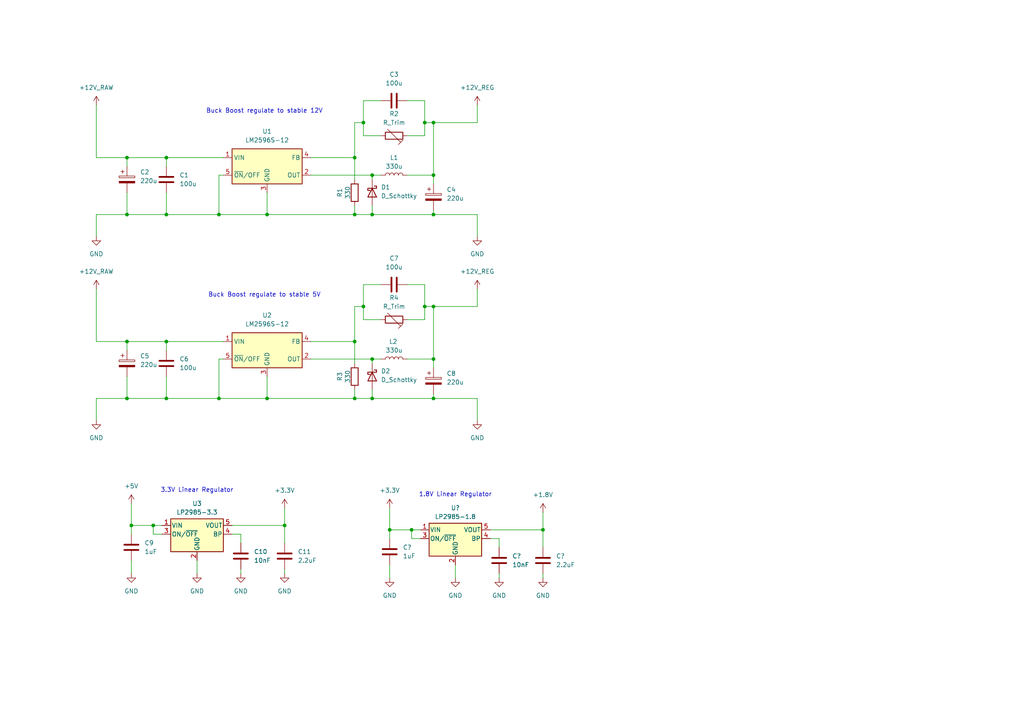
<source format=kicad_sch>
(kicad_sch (version 20250114) (generator "eeschema") (generator_version "9.0")
  (paper "A4")
  (lib_symbols
    (symbol "Device:C" (pin_numbers (hide yes)) (pin_names (offset 0.254))
      (property "Reference" "C" (at 0.635 2.54 0))
      (property "Value" "C" (at 0.635 -2.54 0))
      (symbol "C_0_1"
        (polyline (pts (xy -2.032 0.762) (xy 2.032 0.762)) (stroke (width 0.508)))
        (polyline (pts (xy -2.032 -0.762) (xy 2.032 -0.762)) (stroke (width 0.508)))
      )
      (symbol "C_1_1"
        (pin passive line (at 0 3.81 270) (length 2.794) (name "~") (number "1"))
        (pin passive line (at 0 -3.81 90) (length 2.794) (name "~") (number "2"))
      )
    )
    (symbol "Device:C_Polarized" (pin_numbers (hide yes)) (pin_names (offset 0.254))
      (property "Reference" "C" (at 0.635 2.54 0))
      (property "Value" "C_Polarized" (at 0.635 -2.54 0))
      (symbol "C_Polarized_0_1"
        (rectangle (start -2.286 0.508) (end 2.286 1.016))
        (polyline (pts (xy -1.778 2.286) (xy -0.762 2.286)))
        (polyline (pts (xy -1.27 2.794) (xy -1.27 1.778)))
        (rectangle (start 2.286 -0.508) (end -2.286 -1.016) (fill (type outline)))
      )
      (symbol "C_Polarized_1_1"
        (pin passive line (at 0 3.81 270) (length 2.794) (name "~") (number "1"))
        (pin passive line (at 0 -3.81 90) (length 2.794) (name "~") (number "2"))
      )
    )
    (symbol "Device:D_Schottky" (pin_numbers (hide yes)) (pin_names (offset 1.016) (hide yes))
      (property "Reference" "D" (at 0 2.54 0))
      (property "Value" "D_Schottky" (at 0 -2.54 0))
      (symbol "D_Schottky_0_1"
        (polyline (pts (xy -1.905 0.635) (xy -1.905 1.27) (xy -1.27 1.27) (xy -1.27 -1.27) (xy -0.635 -1.27) (xy -0.635 -0.635)) (stroke (width 0.254)))
        (polyline (pts (xy 1.27 1.27) (xy 1.27 -1.27) (xy -1.27 0) (xy 1.27 1.27)) (stroke (width 0.254)))
        (polyline (pts (xy 1.27 0) (xy -1.27 0)))
      )
      (symbol "D_Schottky_1_1"
        (pin passive line (at -3.81 0 0) (length 2.54) (name "K") (number "1"))
        (pin passive line (at 3.81 0 180) (length 2.54) (name "A") (number "2"))
      )
    )
    (symbol "Device:L" (pin_numbers (hide yes)) (pin_names (offset 1.016) (hide yes))
      (property "Reference" "L" (at -1.27 0 90))
      (property "Value" "L" (at 1.905 0 90))
      (symbol "L_0_1"
        (arc (start 0 2.54) (mid 0.6323 1.905) (end 0 1.27))
        (arc (start 0 1.27) (mid 0.6323 0.635) (end 0 0))
        (arc (start 0 0) (mid 0.6323 -0.635) (end 0 -1.27))
        (arc (start 0 -1.27) (mid 0.6323 -1.905) (end 0 -2.54))
      )
      (symbol "L_1_1"
        (pin passive line (at 0 3.81 270) (length 1.27) (name "1") (number "1"))
        (pin passive line (at 0 -3.81 90) (length 1.27) (name "2") (number "2"))
      )
    )
    (symbol "Device:R" (pin_numbers (hide yes)) (pin_names (offset 0))
      (property "Reference" "R" (at 2.032 0 90))
      (property "Value" "R" (at 0 0 90))
      (symbol "R_0_1"
        (rectangle (start -1.016 -2.54) (end 1.016 2.54) (stroke (width 0.254)))
      )
      (symbol "R_1_1"
        (pin passive line (at 0 3.81 270) (length 1.27) (name "~") (number "1"))
        (pin passive line (at 0 -3.81 90) (length 1.27) (name "~") (number "2"))
      )
    )
    (symbol "Device:R_Trim" (pin_numbers (hide yes)) (pin_names (offset 0))
      (property "Reference" "R" (at 2.54 -2.54 90))
      (property "Value" "R_Trim" (at -2.54 -0.635 90))
      (symbol "R_Trim_0_1"
        (polyline (pts (xy -1.905 -1.905) (xy 1.905 1.905) (xy 2.54 1.27) (xy 1.27 2.54)))
        (rectangle (start -1.016 -2.54) (end 1.016 2.54) (stroke (width 0.254)))
      )
      (symbol "R_Trim_1_1"
        (pin passive line (at 0 3.81 270) (length 1.27) (name "~") (number "1"))
        (pin passive line (at 0 -3.81 90) (length 1.27) (name "~") (number "2"))
      )
    )
    (symbol "Regulator_Linear:LP2985-1.8" (pin_names (offset 0.254))
      (property "Reference" "U" (at -6.35 5.715 0))
      (property "Value" "LP2985-1.8" (at 0 5.715 0))
      (symbol "LP2985-1.8_0_1"
        (rectangle (start -7.62 -5.08) (end 7.62 4.445) (stroke (width 0.254)) (fill (type background)))
      )
      (symbol "LP2985-1.8_1_1"
        (pin power_in line (at -10.16 2.54 0) (length 2.54) (name "VIN") (number "1"))
        (pin input line (at -10.16 0 0) (length 2.54) (name "ON/~{OFF}") (number "3"))
        (pin power_in line (at 0 -7.62 90) (length 2.54) (name "GND") (number "2"))
        (pin power_out line (at 10.16 2.54 180) (length 2.54) (name "VOUT") (number "5"))
        (pin input line (at 10.16 0 180) (length 2.54) (name "BP") (number "4"))
      )
    )
    (symbol "Regulator_Linear:LP2985-3.3" (pin_names (offset 0.254))
      (property "Reference" "U" (at -6.35 5.715 0))
      (property "Value" "LP2985-3.3" (at 0 5.715 0))
      (symbol "LP2985-3.3_0_1"
        (rectangle (start -7.62 -5.08) (end 7.62 4.445) (stroke (width 0.254)) (fill (type background)))
      )
      (symbol "LP2985-3.3_1_1"
        (pin power_in line (at -10.16 2.54 0) (length 2.54) (name "VIN") (number "1"))
        (pin input line (at -10.16 0 0) (length 2.54) (name "ON/~{OFF}") (number "3"))
        (pin power_in line (at 0 -7.62 90) (length 2.54) (name "GND") (number "2"))
        (pin power_out line (at 10.16 2.54 180) (length 2.54) (name "VOUT") (number "5"))
        (pin input line (at 10.16 0 180) (length 2.54) (name "BP") (number "4"))
      )
    )
    (symbol "Regulator_Switching:LM2596S-12"
      (property "Reference" "U" (at -10.16 6.35 0))
      (property "Value" "LM2596S-12" (at 0 6.35 0))
      (symbol "LM2596S-12_0_1"
        (rectangle (start -10.16 5.08) (end 10.16 -5.08) (stroke (width 0.254)) (fill (type background)))
      )
      (symbol "LM2596S-12_1_1"
        (pin power_in line (at -12.7 2.54 0) (length 2.54) (name "VIN") (number "1"))
        (pin input line (at -12.7 -2.54 0) (length 2.54) (name "~{ON}/OFF") (number "5"))
        (pin power_in line (at 0 -7.62 90) (length 2.54) (name "GND") (number "3"))
        (pin input line (at 12.7 2.54 180) (length 2.54) (name "FB") (number "4"))
        (pin output line (at 12.7 -2.54 180) (length 2.54) (name "OUT") (number "2"))
      )
    )
    (symbol "power:+12V" (power) (pin_numbers (hide yes)) (pin_names (offset 0) (hide yes))
      (property "Value" "+12V" (at 0 3.556 0))
      (symbol "+12V_0_1"
        (polyline (pts (xy -0.762 1.27) (xy 0 2.54)))
        (polyline (pts (xy 0 2.54) (xy 0.762 1.27)))
        (polyline (pts (xy 0 0) (xy 0 2.54)))
      )
      (symbol "+12V_1_1"
        (pin power_in line (at 0 0 90) (length 0) (name "~") (number "1"))
      )
    )
    (symbol "power:+5V" (power) (pin_numbers (hide yes)) (pin_names (offset 0) (hide yes))
      (property "Value" "+5V" (at 0 3.556 0))
      (symbol "+5V_0_1"
        (polyline (pts (xy -0.762 1.27) (xy 0 2.54)))
        (polyline (pts (xy 0 2.54) (xy 0.762 1.27)))
        (polyline (pts (xy 0 0) (xy 0 2.54)))
      )
      (symbol "+5V_1_1"
        (pin power_in line (at 0 0 90) (length 0) (name "~") (number "1"))
      )
    )
    (symbol "power:GND" (power) (pin_numbers (hide yes)) (pin_names (offset 0) (hide yes))
      (property "Value" "GND" (at 0 -3.81 0))
      (symbol "GND_0_1"
        (polyline (pts (xy 0 0) (xy 0 -1.27) (xy 1.27 -1.27) (xy 0 -2.54) (xy -1.27 -1.27) (xy 0 -1.27)))
      )
      (symbol "GND_1_1"
        (pin power_in line (at 0 0 270) (length 0) (name "~") (number "1"))
      )
    )
  )
  (text "Buck Boost regulate to stable 5V" (at 76.708 85.598 0) (effects (font (size 1.27 1.27))))
  (text "Buck Boost regulate to stable 12V" (at 76.708 32.258 0) (effects (font (size 1.27 1.27))))
  (text "1.8V Linear Regulator" (at 132.08 143.51 0) (effects (font (size 1.27 1.27))))
  (text "3.3V Linear Regulator" (at 57.15 142.24 0) (effects (font (size 1.27 1.27))))
  (junction (at 36.83 99.06))
  (junction (at 48.26 99.06))
  (junction (at 77.47 115.57))
  (junction (at 63.5 62.23))
  (junction (at 102.87 115.57))
  (junction (at 107.95 115.57))
  (junction (at 119.38 153.67))
  (junction (at 82.55 152.4))
  (junction (at 107.95 62.23))
  (junction (at 125.73 104.14))
  (junction (at 36.83 115.57))
  (junction (at 105.41 35.56))
  (junction (at 48.26 62.23))
  (junction (at 36.83 45.72))
  (junction (at 123.19 88.9))
  (junction (at 102.87 99.06))
  (junction (at 125.73 88.9))
  (junction (at 77.47 62.23))
  (junction (at 105.41 88.9))
  (junction (at 44.45 152.4))
  (junction (at 48.26 45.72))
  (junction (at 113.03 153.67))
  (junction (at 36.83 62.23))
  (junction (at 157.48 153.67))
  (junction (at 125.73 62.23))
  (junction (at 102.87 62.23))
  (junction (at 63.5 115.57))
  (junction (at 107.95 50.8))
  (junction (at 48.26 115.57))
  (junction (at 123.19 35.56))
  (junction (at 125.73 50.8))
  (junction (at 102.87 45.72))
  (junction (at 107.95 104.14))
  (junction (at 38.1 152.4))
  (junction (at 125.73 35.56))
  (junction (at 125.73 115.57))
  (wire (pts (xy 36.83 45.72) (xy 36.83 48.26)))
  (wire (pts (xy 48.26 55.88) (xy 48.26 62.23)))
  (wire (pts (xy 38.1 146.05) (xy 38.1 152.4)))
  (wire (pts (xy 48.26 101.6) (xy 48.26 99.06)))
  (wire (pts (xy 102.87 115.57) (xy 107.95 115.57)))
  (wire (pts (xy 90.17 104.14) (xy 107.95 104.14)))
  (wire (pts (xy 107.95 104.14) (xy 110.49 104.14)))
  (wire (pts (xy 121.92 156.21) (xy 119.38 156.21)))
  (wire (pts (xy 105.41 82.55) (xy 105.41 88.9)))
  (wire (pts (xy 107.95 62.23) (xy 107.95 59.69)))
  (wire (pts (xy 38.1 152.4) (xy 44.45 152.4)))
  (wire (pts (xy 105.41 35.56) (xy 105.41 39.37)))
  (wire (pts (xy 113.03 153.67) (xy 113.03 156.21)))
  (wire (pts (xy 48.26 109.22) (xy 48.26 115.57)))
  (wire (pts (xy 63.5 115.57) (xy 48.26 115.57)))
  (wire (pts (xy 118.11 50.8) (xy 125.73 50.8)))
  (wire (pts (xy 157.48 166.37) (xy 157.48 167.64)))
  (wire (pts (xy 63.5 104.14) (xy 63.5 115.57)))
  (wire (pts (xy 138.43 68.58) (xy 138.43 62.23)))
  (wire (pts (xy 48.26 99.06) (xy 36.83 99.06)))
  (wire (pts (xy 113.03 153.67) (xy 119.38 153.67)))
  (wire (pts (xy 138.43 30.48) (xy 138.43 35.56)))
  (wire (pts (xy 125.73 88.9) (xy 138.43 88.9)))
  (wire (pts (xy 102.87 35.56) (xy 102.87 45.72)))
  (wire (pts (xy 90.17 50.8) (xy 107.95 50.8)))
  (wire (pts (xy 125.73 115.57) (xy 107.95 115.57)))
  (wire (pts (xy 82.55 165.1) (xy 82.55 166.37)))
  (wire (pts (xy 123.19 82.55) (xy 123.19 88.9)))
  (wire (pts (xy 63.5 62.23) (xy 48.26 62.23)))
  (wire (pts (xy 142.24 156.21) (xy 144.78 156.21)))
  (wire (pts (xy 44.45 154.94) (xy 44.45 152.4)))
  (wire (pts (xy 105.41 88.9) (xy 105.41 92.71)))
  (wire (pts (xy 110.49 29.21) (xy 105.41 29.21)))
  (wire (pts (xy 27.94 62.23) (xy 27.94 68.58)))
  (wire (pts (xy 82.55 152.4) (xy 82.55 157.48)))
  (wire (pts (xy 77.47 55.88) (xy 77.47 62.23)))
  (wire (pts (xy 110.49 92.71) (xy 105.41 92.71)))
  (wire (pts (xy 102.87 99.06) (xy 102.87 105.41)))
  (wire (pts (xy 27.94 115.57) (xy 27.94 121.92)))
  (wire (pts (xy 36.83 62.23) (xy 36.83 55.88)))
  (wire (pts (xy 105.41 29.21) (xy 105.41 35.56)))
  (wire (pts (xy 48.26 99.06) (xy 64.77 99.06)))
  (wire (pts (xy 157.48 148.59) (xy 157.48 153.67)))
  (wire (pts (xy 144.78 158.75) (xy 144.78 156.21)))
  (wire (pts (xy 142.24 153.67) (xy 157.48 153.67)))
  (wire (pts (xy 157.48 153.67) (xy 157.48 158.75)))
  (wire (pts (xy 57.15 162.56) (xy 57.15 166.37)))
  (wire (pts (xy 125.73 62.23) (xy 138.43 62.23)))
  (wire (pts (xy 27.94 99.06) (xy 36.83 99.06)))
  (wire (pts (xy 102.87 62.23) (xy 107.95 62.23)))
  (wire (pts (xy 36.83 115.57) (xy 36.83 109.22)))
  (wire (pts (xy 125.73 88.9) (xy 125.73 104.14)))
  (wire (pts (xy 125.73 60.96) (xy 125.73 62.23)))
  (wire (pts (xy 110.49 39.37) (xy 105.41 39.37)))
  (wire (pts (xy 46.99 154.94) (xy 44.45 154.94)))
  (wire (pts (xy 27.94 45.72) (xy 36.83 45.72)))
  (wire (pts (xy 27.94 83.82) (xy 27.94 99.06)))
  (wire (pts (xy 77.47 62.23) (xy 102.87 62.23)))
  (wire (pts (xy 138.43 121.92) (xy 138.43 115.57)))
  (wire (pts (xy 67.31 152.4) (xy 82.55 152.4)))
  (wire (pts (xy 107.95 52.07) (xy 107.95 50.8)))
  (wire (pts (xy 82.55 147.32) (xy 82.55 152.4)))
  (wire (pts (xy 125.73 35.56) (xy 125.73 50.8)))
  (wire (pts (xy 107.95 105.41) (xy 107.95 104.14)))
  (wire (pts (xy 44.45 152.4) (xy 46.99 152.4)))
  (wire (pts (xy 67.31 154.94) (xy 69.85 154.94)))
  (wire (pts (xy 107.95 115.57) (xy 107.95 113.03)))
  (wire (pts (xy 119.38 153.67) (xy 121.92 153.67)))
  (wire (pts (xy 48.26 45.72) (xy 64.77 45.72)))
  (wire (pts (xy 119.38 156.21) (xy 119.38 153.67)))
  (wire (pts (xy 118.11 104.14) (xy 125.73 104.14)))
  (wire (pts (xy 38.1 152.4) (xy 38.1 154.94)))
  (wire (pts (xy 48.26 62.23) (xy 36.83 62.23)))
  (wire (pts (xy 102.87 59.69) (xy 102.87 62.23)))
  (wire (pts (xy 118.11 29.21) (xy 123.19 29.21)))
  (wire (pts (xy 64.77 104.14) (xy 63.5 104.14)))
  (wire (pts (xy 69.85 157.48) (xy 69.85 154.94)))
  (wire (pts (xy 123.19 39.37) (xy 118.11 39.37)))
  (wire (pts (xy 125.73 104.14) (xy 125.73 106.68)))
  (wire (pts (xy 64.77 50.8) (xy 63.5 50.8)))
  (wire (pts (xy 123.19 88.9) (xy 123.19 92.71)))
  (wire (pts (xy 113.03 147.32) (xy 113.03 153.67)))
  (wire (pts (xy 27.94 30.48) (xy 27.94 45.72)))
  (wire (pts (xy 138.43 83.82) (xy 138.43 88.9)))
  (wire (pts (xy 102.87 99.06) (xy 90.17 99.06)))
  (wire (pts (xy 77.47 115.57) (xy 63.5 115.57)))
  (wire (pts (xy 38.1 162.56) (xy 38.1 166.37)))
  (wire (pts (xy 123.19 35.56) (xy 123.19 39.37)))
  (wire (pts (xy 113.03 163.83) (xy 113.03 167.64)))
  (wire (pts (xy 125.73 35.56) (xy 138.43 35.56)))
  (wire (pts (xy 77.47 62.23) (xy 63.5 62.23)))
  (wire (pts (xy 48.26 48.26) (xy 48.26 45.72)))
  (wire (pts (xy 27.94 115.57) (xy 36.83 115.57)))
  (wire (pts (xy 48.26 45.72) (xy 36.83 45.72)))
  (wire (pts (xy 125.73 115.57) (xy 138.43 115.57)))
  (wire (pts (xy 77.47 115.57) (xy 102.87 115.57)))
  (wire (pts (xy 110.49 82.55) (xy 105.41 82.55)))
  (wire (pts (xy 144.78 166.37) (xy 144.78 167.64)))
  (wire (pts (xy 69.85 165.1) (xy 69.85 166.37)))
  (wire (pts (xy 107.95 50.8) (xy 110.49 50.8)))
  (wire (pts (xy 125.73 114.3) (xy 125.73 115.57)))
  (wire (pts (xy 105.41 35.56) (xy 102.87 35.56)))
  (wire (pts (xy 102.87 113.03) (xy 102.87 115.57)))
  (wire (pts (xy 105.41 88.9) (xy 102.87 88.9)))
  (wire (pts (xy 125.73 88.9) (xy 123.19 88.9)))
  (wire (pts (xy 125.73 62.23) (xy 107.95 62.23)))
  (wire (pts (xy 118.11 82.55) (xy 123.19 82.55)))
  (wire (pts (xy 36.83 99.06) (xy 36.83 101.6)))
  (wire (pts (xy 123.19 29.21) (xy 123.19 35.56)))
  (wire (pts (xy 132.08 163.83) (xy 132.08 167.64)))
  (wire (pts (xy 102.87 45.72) (xy 102.87 52.07)))
  (wire (pts (xy 125.73 50.8) (xy 125.73 53.34)))
  (wire (pts (xy 48.26 115.57) (xy 36.83 115.57)))
  (wire (pts (xy 102.87 45.72) (xy 90.17 45.72)))
  (wire (pts (xy 123.19 92.71) (xy 118.11 92.71)))
  (wire (pts (xy 77.47 109.22) (xy 77.47 115.57)))
  (wire (pts (xy 27.94 62.23) (xy 36.83 62.23)))
  (wire (pts (xy 102.87 88.9) (xy 102.87 99.06)))
  (wire (pts (xy 125.73 35.56) (xy 123.19 35.56)))
  (wire (pts (xy 63.5 50.8) (xy 63.5 62.23)))
  (symbol (lib_id "power:GND") (at 157.48 167.64 0) (unit 1)
    (property "Reference" "#PWR?" (effects (hide yes)))
    (property "Value" "GND" (at 157.48 172.72 0))
    (property "Description" "Power symbol creates a global label with name \"GND\" , ground" (effects (hide yes)))
  )
  (symbol (lib_id "power:GND") (at 138.43 68.58 0) (unit 1)
    (property "Reference" "#PWR04" (effects (hide yes)))
    (property "Value" "GND" (at 138.43 73.66 0))
    (property "Description" "Power symbol creates a global label with name \"GND\" , ground" (effects (hide yes)))
  )
  (symbol (lib_id "power:GND") (at 82.55 166.37 0) (unit 1)
    (property "Reference" "#PWR014" (effects (hide yes)))
    (property "Value" "GND" (at 82.55 171.45 0))
    (property "Description" "Power symbol creates a global label with name \"GND\" , ground" (effects (hide yes)))
  )
  (symbol (lib_id "Device:L") (at 114.3 104.14 90) (unit 1)
    (property "Reference" "L2" (at 114.046 99.06 90))
    (property "Value" "330u" (at 114.3 101.6 90))
    (property "Description" "Inductor" (effects (hide yes)))
  )
  (symbol (lib_id "power:GND") (at 38.1 166.37 0) (unit 1)
    (property "Reference" "#PWR010" (effects (hide yes)))
    (property "Value" "GND" (at 38.1 171.45 0))
    (property "Description" "Power symbol creates a global label with name \"GND\" , ground" (effects (hide yes)))
  )
  (symbol (lib_id "power:GND") (at 57.15 166.37 0) (unit 1)
    (property "Reference" "#PWR011" (effects (hide yes)))
    (property "Value" "GND" (at 57.15 171.45 0))
    (property "Description" "Power symbol creates a global label with name \"GND\" , ground" (effects (hide yes)))
  )
  (symbol (lib_id "power:GND") (at 27.94 68.58 0) (unit 1)
    (property "Reference" "#PWR02" (effects (hide yes)))
    (property "Value" "GND" (at 27.94 73.66 0))
    (property "Description" "Power symbol creates a global label with name \"GND\" , ground" (effects (hide yes)))
  )
  (symbol (lib_id "Device:R") (at 102.87 55.88 180) (unit 1)
    (property "Reference" "R1" (at 98.552 55.88 90))
    (property "Value" "330" (at 100.838 55.88 90))
    (property "Description" "Resistor" (effects (hide yes)))
  )
  (symbol (lib_id "power:+5V") (at 82.55 147.32 0) (unit 1)
    (property "Reference" "#PWR013" (effects (hide yes)))
    (property "Value" "+3.3V" (at 82.55 142.24 0))
    (property "Description" "Power symbol creates a global label with name \"+5V\"" (effects (hide yes)))
  )
  (symbol (lib_id "Device:C") (at 69.85 161.29 0) (unit 1)
    (property "Reference" "C10" (at 73.66 160.0199 0) (effects (justify left)))
    (property "Value" "10nF" (at 73.66 162.5599 0) (effects (justify left)))
    (property "Description" "Unpolarized capacitor" (effects (hide yes)))
  )
  (symbol (lib_id "Device:L") (at 114.3 50.8 90) (unit 1)
    (property "Reference" "L1" (at 114.3 45.72 90))
    (property "Value" "330u" (at 114.3 48.26 90))
    (property "Description" "Inductor" (effects (hide yes)))
  )
  (symbol (lib_id "Device:C") (at 113.03 160.02 0) (unit 1)
    (property "Reference" "C?" (at 116.84 158.7499 0) (effects (justify left)))
    (property "Value" "1uF" (at 116.84 161.2899 0) (effects (justify left)))
    (property "Description" "Unpolarized capacitor" (effects (hide yes)))
  )
  (symbol (lib_id "Device:D_Schottky") (at 107.95 55.88 270) (unit 1)
    (property "Reference" "D1" (at 110.49 54.2924 90) (effects (justify left)))
    (property "Value" "D_Schottky" (at 110.49 56.8324 90) (effects (justify left)))
    (property "Description" "Schottky diode" (effects (hide yes)))
  )
  (symbol (lib_id "power:+5V") (at 138.43 83.82 0) (unit 1)
    (property "Reference" "#PWR07" (effects (hide yes)))
    (property "Value" "+12V_REG" (at 138.43 78.74 0))
    (property "Description" "Power symbol creates a global label with name \"+5V\"" (effects (hide yes)))
  )
  (symbol (lib_id "power:+5V") (at 138.43 30.48 0) (unit 1)
    (property "Reference" "#PWR03" (effects (hide yes)))
    (property "Value" "+12V_REG" (at 138.43 25.4 0))
    (property "Description" "Power symbol creates a global label with name \"+5V\"" (effects (hide yes)))
  )
  (symbol (lib_id "Device:C") (at 38.1 158.75 0) (unit 1)
    (property "Reference" "C9" (at 41.91 157.4799 0) (effects (justify left)))
    (property "Value" "1uF" (at 41.91 160.0199 0) (effects (justify left)))
    (property "Description" "Unpolarized capacitor" (effects (hide yes)))
  )
  (symbol (lib_id "Device:C") (at 157.48 162.56 0) (unit 1)
    (property "Reference" "C?" (at 161.29 161.2899 0) (effects (justify left)))
    (property "Value" "2.2uF" (at 161.29 163.8299 0) (effects (justify left)))
    (property "Description" "Unpolarized capacitor" (effects (hide yes)))
  )
  (symbol (lib_id "power:GND") (at 138.43 121.92 0) (unit 1)
    (property "Reference" "#PWR08" (effects (hide yes)))
    (property "Value" "GND" (at 138.43 127 0))
    (property "Description" "Power symbol creates a global label with name \"GND\" , ground" (effects (hide yes)))
  )
  (symbol (lib_id "power:+12V") (at 113.03 147.32 0) (unit 1)
    (property "Reference" "#PWR?" (effects (hide yes)))
    (property "Value" "+3.3V" (at 113.03 142.24 0))
    (property "Description" "Power symbol creates a global label with name \"+12V\"" (effects (hide yes)))
  )
  (symbol (lib_id "power:GND") (at 144.78 167.64 0) (unit 1)
    (property "Reference" "#PWR?" (effects (hide yes)))
    (property "Value" "GND" (at 144.78 172.72 0))
    (property "Description" "Power symbol creates a global label with name \"GND\" , ground" (effects (hide yes)))
  )
  (symbol (lib_id "power:GND") (at 132.08 167.64 0) (unit 1)
    (property "Reference" "#PWR?" (effects (hide yes)))
    (property "Value" "GND" (at 132.08 172.72 0))
    (property "Description" "Power symbol creates a global label with name \"GND\" , ground" (effects (hide yes)))
  )
  (symbol (lib_id "Device:C") (at 144.78 162.56 0) (unit 1)
    (property "Reference" "C?" (at 148.59 161.2899 0) (effects (justify left)))
    (property "Value" "10nF" (at 148.59 163.8299 0) (effects (justify left)))
    (property "Description" "Unpolarized capacitor" (effects (hide yes)))
  )
  (symbol (lib_id "Device:C_Polarized") (at 125.73 57.15 0) (unit 1)
    (property "Reference" "C4" (at 129.54 54.9909 0) (effects (justify left)))
    (property "Value" "220u" (at 129.54 57.5309 0) (effects (justify left)))
    (property "Description" "Polarized capacitor" (effects (hide yes)))
  )
  (symbol (lib_id "Device:R_Trim") (at 114.3 92.71 270) (unit 1)
    (property "Reference" "R4" (at 114.3 86.36 90))
    (property "Value" "R_Trim" (at 114.3 88.9 90))
    (property "Description" "Trimmable resistor (preset resistor)" (effects (hide yes)))
  )
  (symbol (lib_id "Device:C_Polarized") (at 36.83 52.07 0) (unit 1)
    (property "Reference" "C2" (at 40.64 49.9109 0) (effects (justify left)))
    (property "Value" "220u" (at 40.64 52.4509 0) (effects (justify left)))
    (property "Description" "Polarized capacitor" (effects (hide yes)))
  )
  (symbol (lib_id "Device:C") (at 48.26 52.07 0) (unit 1)
    (property "Reference" "C1" (at 52.07 50.7999 0) (effects (justify left)))
    (property "Value" "100u" (at 52.07 53.3399 0) (effects (justify left)))
    (property "Description" "Unpolarized capacitor" (effects (hide yes)))
  )
  (symbol (lib_id "power:GND") (at 69.85 166.37 0) (unit 1)
    (property "Reference" "#PWR012" (effects (hide yes)))
    (property "Value" "GND" (at 69.85 171.45 0))
    (property "Description" "Power symbol creates a global label with name \"GND\" , ground" (effects (hide yes)))
  )
  (symbol (lib_id "Device:C") (at 114.3 82.55 90) (unit 1)
    (property "Reference" "C7" (at 114.3 74.93 90))
    (property "Value" "100u" (at 114.3 77.47 90))
    (property "Description" "Unpolarized capacitor" (effects (hide yes)))
  )
  (symbol (lib_id "power:+5V") (at 157.48 148.59 0) (unit 1)
    (property "Reference" "#PWR?" (effects (hide yes)))
    (property "Value" "+1.8V" (at 157.48 143.51 0))
    (property "Description" "Power symbol creates a global label with name \"+5V\"" (effects (hide yes)))
  )
  (symbol (lib_id "Regulator_Linear:LP2985-1.8") (at 132.08 156.21 0) (unit 1)
    (property "Reference" "U?" (at 132.08 147.32 0))
    (property "Value" "LP2985-1.8" (at 132.08 149.86 0))
    (property "Datasheet" "http://www.ti.com/lit/ds/symlink/lp2985.pdf" (effects (hide yes)))
    (property "Description" "150mA 16V Low-noise Low-dropout Regulator With Shutdown, 1.8V output voltage, SOT-23-5" (effects (hide yes)))
  )
  (symbol (lib_id "Regulator_Switching:LM2596S-12") (at 77.47 101.6 0) (unit 1)
    (property "Reference" "U2" (at 77.47 91.44 0))
    (property "Value" "LM2596S-12" (at 77.47 93.98 0))
    (property "Footprint" "Package_TO_SOT_SMD:TO-263-5_TabPin3" (effects (hide yes)))
    (property "Datasheet" "http://www.ti.com/lit/ds/symlink/lm2596.pdf" (effects (hide yes)))
    (property "Description" "12V 3A Step-Down Voltage Regulator, TO-263" (effects (hide yes)))
  )
  (symbol (lib_id "Device:C") (at 114.3 29.21 90) (unit 1)
    (property "Reference" "C3" (at 114.3 21.59 90))
    (property "Value" "100u" (at 114.3 24.13 90))
    (property "Description" "Unpolarized capacitor" (effects (hide yes)))
  )
  (symbol (lib_id "power:+12V") (at 27.94 83.82 0) (unit 1)
    (property "Reference" "#PWR05" (effects (hide yes)))
    (property "Value" "+12V_RAW" (at 27.94 78.74 0))
    (property "Description" "Power symbol creates a global label with name \"+12V\"" (effects (hide yes)))
  )
  (symbol (lib_id "Regulator_Switching:LM2596S-12") (at 77.47 48.26 0) (unit 1)
    (property "Reference" "U1" (at 77.47 38.1 0))
    (property "Value" "LM2596S-12" (at 77.47 40.64 0))
    (property "Footprint" "Package_TO_SOT_SMD:TO-263-5_TabPin3" (effects (hide yes)))
    (property "Datasheet" "http://www.ti.com/lit/ds/symlink/lm2596.pdf" (effects (hide yes)))
    (property "Description" "12V 3A Step-Down Voltage Regulator, TO-263" (effects (hide yes)))
  )
  (symbol (lib_id "Device:C_Polarized") (at 36.83 105.41 0) (unit 1)
    (property "Reference" "C5" (at 40.64 103.2509 0) (effects (justify left)))
    (property "Value" "220u" (at 40.64 105.7909 0) (effects (justify left)))
    (property "Description" "Polarized capacitor" (effects (hide yes)))
  )
  (symbol (lib_id "Device:C") (at 48.26 105.41 0) (unit 1)
    (property "Reference" "C6" (at 52.07 104.1399 0) (effects (justify left)))
    (property "Value" "100u" (at 52.07 106.6799 0) (effects (justify left)))
    (property "Description" "Unpolarized capacitor" (effects (hide yes)))
  )
  (symbol (lib_id "Regulator_Linear:LP2985-3.3") (at 57.15 154.94 0) (unit 1)
    (property "Reference" "U3" (at 57.15 146.05 0))
    (property "Value" "LP2985-3.3" (at 57.15 148.59 0))
    (property "Footprint" "Package_TO_SOT_SMD:SOT-23-5" (effects (hide yes)))
    (property "Datasheet" "http://www.ti.com/lit/ds/symlink/lp2985.pdf" (effects (hide yes)))
    (property "Description" "150mA 16V Low-noise Low-dropout Regulator With Shutdown, 3.3V output voltage, SOT-23-5" (effects (hide yes)))
  )
  (symbol (lib_id "power:GND") (at 113.03 167.64 0) (unit 1)
    (property "Reference" "#PWR?" (effects (hide yes)))
    (property "Value" "GND" (at 113.03 172.72 0))
    (property "Description" "Power symbol creates a global label with name \"GND\" , ground" (effects (hide yes)))
  )
  (symbol (lib_id "Device:R_Trim") (at 114.3 39.37 270) (unit 1)
    (property "Reference" "R2" (at 114.3 33.02 90))
    (property "Value" "R_Trim" (at 114.3 35.56 90))
    (property "Description" "Trimmable resistor (preset resistor)" (effects (hide yes)))
  )
  (symbol (lib_id "Device:C") (at 82.55 161.29 0) (unit 1)
    (property "Reference" "C11" (at 86.36 160.0199 0) (effects (justify left)))
    (property "Value" "2.2uF" (at 86.36 162.5599 0) (effects (justify left)))
    (property "Description" "Unpolarized capacitor" (effects (hide yes)))
  )
  (symbol (lib_id "power:GND") (at 27.94 121.92 0) (unit 1)
    (property "Reference" "#PWR06" (effects (hide yes)))
    (property "Value" "GND" (at 27.94 127 0))
    (property "Description" "Power symbol creates a global label with name \"GND\" , ground" (effects (hide yes)))
  )
  (symbol (lib_id "power:+12V") (at 38.1 146.05 0) (unit 1)
    (property "Reference" "#PWR09" (effects (hide yes)))
    (property "Value" "+5V" (at 38.1 140.97 0))
    (property "Description" "Power symbol creates a global label with name \"+12V\"" (effects (hide yes)))
  )
  (symbol (lib_id "Device:C_Polarized") (at 125.73 110.49 0) (unit 1)
    (property "Reference" "C8" (at 129.54 108.3309 0) (effects (justify left)))
    (property "Value" "220u" (at 129.54 110.8709 0) (effects (justify left)))
    (property "Description" "Polarized capacitor" (effects (hide yes)))
  )
  (symbol (lib_id "power:+12V") (at 27.94 30.48 0) (unit 1)
    (property "Reference" "#PWR01" (effects (hide yes)))
    (property "Value" "+12V_RAW" (at 27.94 25.4 0))
    (property "Description" "Power symbol creates a global label with name \"+12V\"" (effects (hide yes)))
  )
  (symbol (lib_id "Device:R") (at 102.87 109.22 180) (unit 1)
    (property "Reference" "R3" (at 98.552 109.22 90))
    (property "Value" "330" (at 100.838 109.22 90))
    (property "Description" "Resistor" (effects (hide yes)))
  )
  (symbol (lib_id "Device:D_Schottky") (at 107.95 109.22 270) (unit 1)
    (property "Reference" "D2" (at 110.49 107.6324 90) (effects (justify left)))
    (property "Value" "D_Schottky" (at 110.49 110.1724 90) (effects (justify left)))
    (property "Description" "Schottky diode" (effects (hide yes)))
  )
)
</source>
